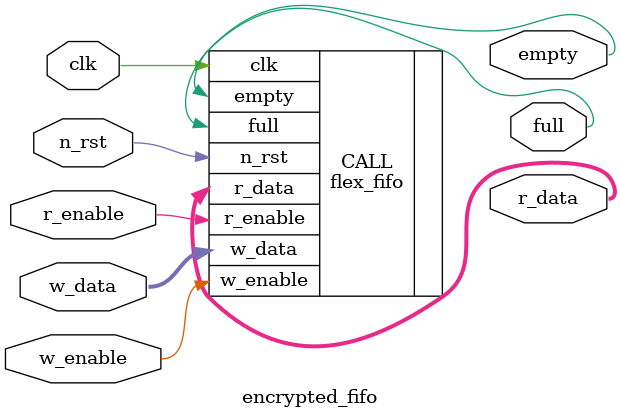
<source format=sv>

module encrypted_fifo (
		       input wire 	 clk,
		       input wire 	 n_rst,
		       input wire 	 r_enable,
		       input wire 	 w_enable,
		       input wire [7:0]  w_data,
		       output wire [7:0] r_data,
		       output wire 	 empty,
		       output wire 	 full
		       );

   flex_fifo #(8,16,6) CALL(
			    .clk(clk),
			    .n_rst(n_rst),
			    .r_enable(r_enable),
			    .w_enable(w_enable),
			    .w_data(w_data),
			    .r_data(r_data),
			    .empty(empty),
			    .full(full)
			    );
endmodule // encrypted_fifo



</source>
